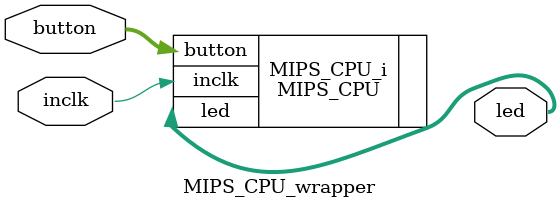
<source format=v>
`timescale 1 ps / 1 ps

module MIPS_CPU_wrapper
   (button,
    inclk,
    led);
  input [15:0]button;
  input inclk;
  output [15:0]led;

  wire [15:0]button;
  wire inclk;
  wire [15:0]led;

MIPS_CPU MIPS_CPU_i
       (.button(button),
        .inclk(inclk),
        .led(led));
endmodule

</source>
